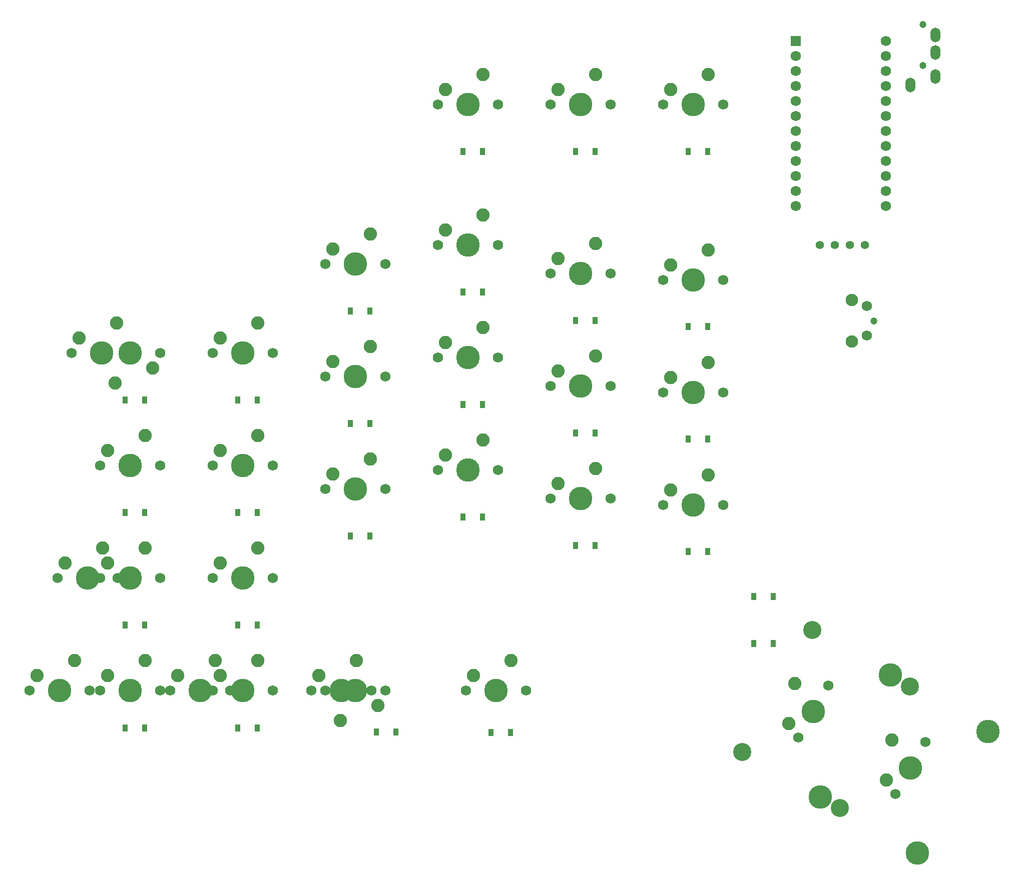
<source format=gbs>
G04 #@! TF.GenerationSoftware,KiCad,Pcbnew,5.1.10*
G04 #@! TF.CreationDate,2022-03-09T15:21:35-05:00*
G04 #@! TF.ProjectId,bourbondox2_left,626f7572-626f-46e6-946f-78325f6c6566,rev?*
G04 #@! TF.SameCoordinates,Original*
G04 #@! TF.FileFunction,Soldermask,Bot*
G04 #@! TF.FilePolarity,Negative*
%FSLAX46Y46*%
G04 Gerber Fmt 4.6, Leading zero omitted, Abs format (unit mm)*
G04 Created by KiCad (PCBNEW 5.1.10) date 2022-03-09 15:21:35*
%MOMM*%
%LPD*%
G01*
G04 APERTURE LIST*
%ADD10C,2.250000*%
%ADD11C,3.987800*%
%ADD12C,1.750000*%
%ADD13C,3.048000*%
%ADD14C,1.752600*%
%ADD15R,1.752600X1.752600*%
%ADD16C,1.200000*%
%ADD17C,2.100000*%
%ADD18C,1.397000*%
%ADD19O,1.700000X2.500000*%
%ADD20R,0.900000X1.200000*%
G04 APERTURE END LIST*
D10*
G04 #@! TO.C,MX42_2*
X147779290Y-127481100D03*
D11*
X145239290Y-132561100D03*
D10*
X141429290Y-130021100D03*
D12*
X140159290Y-132561100D03*
X150319290Y-132561100D03*
G04 #@! TD*
D10*
G04 #@! TO.C,MX41_2*
X123966790Y-127481100D03*
D11*
X121426790Y-132561100D03*
D10*
X117616790Y-130021100D03*
D12*
X116346790Y-132561100D03*
X126506790Y-132561100D03*
G04 #@! TD*
D10*
G04 #@! TO.C,MX40_2*
X100154290Y-127481100D03*
D11*
X97614290Y-132561100D03*
D10*
X93804290Y-130021100D03*
D12*
X92534290Y-132561100D03*
X102694290Y-132561100D03*
G04 #@! TD*
D10*
G04 #@! TO.C,MX30_2*
X104921050Y-108435140D03*
D11*
X102381050Y-113515140D03*
D10*
X98571050Y-110975140D03*
D12*
X97301050Y-113515140D03*
X107461050Y-113515140D03*
G04 #@! TD*
D10*
G04 #@! TO.C,MX10_2*
X107302300Y-70335140D03*
D11*
X104762300Y-75415140D03*
D10*
X100952300Y-72875140D03*
D12*
X99682300Y-75415140D03*
X109842300Y-75415140D03*
G04 #@! TD*
D10*
G04 #@! TO.C,MX45*
X238443502Y-140918770D03*
D11*
X241572911Y-145658475D03*
D10*
X237468206Y-147688032D03*
D12*
X239032911Y-150057884D03*
X244112911Y-141259066D03*
D13*
X229570599Y-152477090D03*
X241476849Y-131854860D03*
D11*
X242768826Y-160097090D03*
X254675076Y-139474860D03*
G04 #@! TD*
D10*
G04 #@! TO.C,MX44*
X221945718Y-131393769D03*
D11*
X225075127Y-136133474D03*
D10*
X220970422Y-138163031D03*
D12*
X222535127Y-140532883D03*
X227615127Y-131734065D03*
D13*
X213072815Y-142952089D03*
X224979065Y-122329859D03*
D11*
X226271042Y-150572089D03*
X238177292Y-129949859D03*
G04 #@! TD*
D10*
G04 #@! TO.C,MX43*
X173973040Y-127481100D03*
D11*
X171433040Y-132561100D03*
D10*
X167623040Y-130021100D03*
D12*
X166353040Y-132561100D03*
X176513040Y-132561100D03*
G04 #@! TD*
D14*
G04 #@! TO.C,U1*
X237410000Y-22542500D03*
X222170000Y-50482500D03*
X237410000Y-25082500D03*
X237410000Y-27622500D03*
X237410000Y-30162500D03*
X237410000Y-32702500D03*
X237410000Y-35242500D03*
X237410000Y-37782500D03*
X237410000Y-40322500D03*
X237410000Y-42862500D03*
X237410000Y-45402500D03*
X237410000Y-47942500D03*
X237410000Y-50482500D03*
X222170000Y-47942500D03*
X222170000Y-45402500D03*
X222170000Y-42862500D03*
X222170000Y-40322500D03*
X222170000Y-37782500D03*
X222170000Y-35242500D03*
X222170000Y-32702500D03*
X222170000Y-30162500D03*
X222170000Y-27622500D03*
X222170000Y-25082500D03*
D15*
X222170000Y-22542500D03*
G04 #@! TD*
D16*
G04 #@! TO.C,SW1*
X235366250Y-69968750D03*
D17*
X231666250Y-66468750D03*
D12*
X234156250Y-67468750D03*
X234156250Y-72468750D03*
D17*
X231666250Y-73478750D03*
G04 #@! TD*
D18*
G04 #@! TO.C,OL1*
X233838750Y-57150000D03*
X231298750Y-57150000D03*
X228758750Y-57150000D03*
X226218750Y-57150000D03*
G04 #@! TD*
D10*
G04 #@! TO.C,MX42*
X145080540Y-137641100D03*
D11*
X147620540Y-132561100D03*
D10*
X151430540Y-135101100D03*
D12*
X152700540Y-132561100D03*
X142540540Y-132561100D03*
G04 #@! TD*
D10*
G04 #@! TO.C,MX41*
X131110540Y-127481100D03*
D11*
X128570540Y-132561100D03*
D10*
X124760540Y-130021100D03*
D12*
X123490540Y-132561100D03*
X133650540Y-132561100D03*
G04 #@! TD*
D10*
G04 #@! TO.C,MX40*
X112060540Y-127481100D03*
D11*
X109520540Y-132561100D03*
D10*
X105710540Y-130021100D03*
D12*
X104440540Y-132561100D03*
X114600540Y-132561100D03*
G04 #@! TD*
D10*
G04 #@! TO.C,MX35*
X207327500Y-96045520D03*
D11*
X204787500Y-101125520D03*
D10*
X200977500Y-98585520D03*
D12*
X199707500Y-101125520D03*
X209867500Y-101125520D03*
G04 #@! TD*
D10*
G04 #@! TO.C,MX34*
X188277500Y-94965520D03*
D11*
X185737500Y-100045520D03*
D10*
X181927500Y-97505520D03*
D12*
X180657500Y-100045520D03*
X190817500Y-100045520D03*
G04 #@! TD*
D10*
G04 #@! TO.C,MX33*
X169227500Y-90170000D03*
D11*
X166687500Y-95250000D03*
D10*
X162877500Y-92710000D03*
D12*
X161607500Y-95250000D03*
X171767500Y-95250000D03*
G04 #@! TD*
D10*
G04 #@! TO.C,MX32*
X150177500Y-93345000D03*
D11*
X147637500Y-98425000D03*
D10*
X143827500Y-95885000D03*
D12*
X142557500Y-98425000D03*
X152717500Y-98425000D03*
G04 #@! TD*
D10*
G04 #@! TO.C,MX31*
X131114800Y-108435140D03*
D11*
X128574800Y-113515140D03*
D10*
X124764800Y-110975140D03*
D12*
X123494800Y-113515140D03*
X133654800Y-113515140D03*
G04 #@! TD*
D10*
G04 #@! TO.C,MX30*
X112064800Y-108435140D03*
D11*
X109524800Y-113515140D03*
D10*
X105714800Y-110975140D03*
D12*
X104444800Y-113515140D03*
X114604800Y-113515140D03*
G04 #@! TD*
D10*
G04 #@! TO.C,MX25*
X207327500Y-76995520D03*
D11*
X204787500Y-82075520D03*
D10*
X200977500Y-79535520D03*
D12*
X199707500Y-82075520D03*
X209867500Y-82075520D03*
G04 #@! TD*
D10*
G04 #@! TO.C,MX24*
X188277500Y-75915520D03*
D11*
X185737500Y-80995520D03*
D10*
X181927500Y-78455520D03*
D12*
X180657500Y-80995520D03*
X190817500Y-80995520D03*
G04 #@! TD*
D10*
G04 #@! TO.C,MX23*
X169227500Y-71120000D03*
D11*
X166687500Y-76200000D03*
D10*
X162877500Y-73660000D03*
D12*
X161607500Y-76200000D03*
X171767500Y-76200000D03*
G04 #@! TD*
D10*
G04 #@! TO.C,MX22*
X150177500Y-74295000D03*
D11*
X147637500Y-79375000D03*
D10*
X143827500Y-76835000D03*
D12*
X142557500Y-79375000D03*
X152717500Y-79375000D03*
G04 #@! TD*
D10*
G04 #@! TO.C,MX21*
X131114800Y-89385140D03*
D11*
X128574800Y-94465140D03*
D10*
X124764800Y-91925140D03*
D12*
X123494800Y-94465140D03*
X133654800Y-94465140D03*
G04 #@! TD*
D10*
G04 #@! TO.C,MX20*
X112064800Y-89385140D03*
D11*
X109524800Y-94465140D03*
D10*
X105714800Y-91925140D03*
D12*
X104444800Y-94465140D03*
X114604800Y-94465140D03*
G04 #@! TD*
D10*
G04 #@! TO.C,MX15*
X207327500Y-57945520D03*
D11*
X204787500Y-63025520D03*
D10*
X200977500Y-60485520D03*
D12*
X199707500Y-63025520D03*
X209867500Y-63025520D03*
G04 #@! TD*
D10*
G04 #@! TO.C,MX14*
X188277500Y-56865520D03*
D11*
X185737500Y-61945520D03*
D10*
X181927500Y-59405520D03*
D12*
X180657500Y-61945520D03*
X190817500Y-61945520D03*
G04 #@! TD*
D10*
G04 #@! TO.C,MX13*
X169227500Y-52070000D03*
D11*
X166687500Y-57150000D03*
D10*
X162877500Y-54610000D03*
D12*
X161607500Y-57150000D03*
X171767500Y-57150000D03*
G04 #@! TD*
D10*
G04 #@! TO.C,MX12*
X150177500Y-55245000D03*
D11*
X147637500Y-60325000D03*
D10*
X143827500Y-57785000D03*
D12*
X142557500Y-60325000D03*
X152717500Y-60325000D03*
G04 #@! TD*
D10*
G04 #@! TO.C,MX11*
X131114800Y-70335140D03*
D11*
X128574800Y-75415140D03*
D10*
X124764800Y-72875140D03*
D12*
X123494800Y-75415140D03*
X133654800Y-75415140D03*
G04 #@! TD*
D10*
G04 #@! TO.C,MX10*
X106984800Y-80495140D03*
D11*
X109524800Y-75415140D03*
D10*
X113334800Y-77955140D03*
D12*
X114604800Y-75415140D03*
X104444800Y-75415140D03*
G04 #@! TD*
D10*
G04 #@! TO.C,MX05*
X207327500Y-28257500D03*
D11*
X204787500Y-33337500D03*
D10*
X200977500Y-30797500D03*
D12*
X199707500Y-33337500D03*
X209867500Y-33337500D03*
G04 #@! TD*
D10*
G04 #@! TO.C,MX04*
X188277500Y-28257500D03*
D11*
X185737500Y-33337500D03*
D10*
X181927500Y-30797500D03*
D12*
X180657500Y-33337500D03*
X190817500Y-33337500D03*
G04 #@! TD*
D10*
G04 #@! TO.C,MX03*
X169227500Y-28257500D03*
D11*
X166687500Y-33337500D03*
D10*
X162877500Y-30797500D03*
D12*
X161607500Y-33337500D03*
X171767500Y-33337500D03*
G04 #@! TD*
D19*
G04 #@! TO.C,J1*
X241581250Y-30056250D03*
X245781250Y-28556250D03*
X245781250Y-24556250D03*
X245781250Y-21556250D03*
D16*
X243681250Y-26756250D03*
X243681250Y-19756250D03*
G04 #@! TD*
D20*
G04 #@! TO.C,D45*
X218343750Y-116681250D03*
X215043750Y-116681250D03*
G04 #@! TD*
G04 #@! TO.C,D44*
X218343750Y-124618750D03*
X215043750Y-124618750D03*
G04 #@! TD*
G04 #@! TO.C,D43*
X173893750Y-139700000D03*
X170593750Y-139700000D03*
G04 #@! TD*
G04 #@! TO.C,D42*
X154480000Y-139570000D03*
X151180000Y-139570000D03*
G04 #@! TD*
G04 #@! TO.C,D41*
X131014290Y-138911100D03*
X127714290Y-138911100D03*
G04 #@! TD*
G04 #@! TO.C,D40*
X111964290Y-138911100D03*
X108664290Y-138911100D03*
G04 #@! TD*
G04 #@! TO.C,D35*
X207231250Y-109063020D03*
X203931250Y-109063020D03*
G04 #@! TD*
G04 #@! TO.C,D34*
X188181250Y-107983020D03*
X184881250Y-107983020D03*
G04 #@! TD*
G04 #@! TO.C,D33*
X169131250Y-103187500D03*
X165831250Y-103187500D03*
G04 #@! TD*
G04 #@! TO.C,D32*
X150081250Y-106362500D03*
X146781250Y-106362500D03*
G04 #@! TD*
G04 #@! TO.C,D31*
X131018550Y-121452640D03*
X127718550Y-121452640D03*
G04 #@! TD*
G04 #@! TO.C,D30*
X111968550Y-121452640D03*
X108668550Y-121452640D03*
G04 #@! TD*
G04 #@! TO.C,D25*
X207231250Y-90013020D03*
X203931250Y-90013020D03*
G04 #@! TD*
G04 #@! TO.C,D24*
X188181250Y-88933020D03*
X184881250Y-88933020D03*
G04 #@! TD*
G04 #@! TO.C,D23*
X169131250Y-84137500D03*
X165831250Y-84137500D03*
G04 #@! TD*
G04 #@! TO.C,D22*
X150081250Y-87312500D03*
X146781250Y-87312500D03*
G04 #@! TD*
G04 #@! TO.C,D21*
X131018550Y-102402640D03*
X127718550Y-102402640D03*
G04 #@! TD*
G04 #@! TO.C,D20*
X111968550Y-102402640D03*
X108668550Y-102402640D03*
G04 #@! TD*
G04 #@! TO.C,D15*
X207231250Y-70963020D03*
X203931250Y-70963020D03*
G04 #@! TD*
G04 #@! TO.C,D14*
X188181250Y-69883020D03*
X184881250Y-69883020D03*
G04 #@! TD*
G04 #@! TO.C,D13*
X169131250Y-65087500D03*
X165831250Y-65087500D03*
G04 #@! TD*
G04 #@! TO.C,D12*
X150081250Y-68262500D03*
X146781250Y-68262500D03*
G04 #@! TD*
G04 #@! TO.C,D11*
X131018550Y-83352640D03*
X127718550Y-83352640D03*
G04 #@! TD*
G04 #@! TO.C,D10*
X111968550Y-83352640D03*
X108668550Y-83352640D03*
G04 #@! TD*
G04 #@! TO.C,D05*
X207231250Y-41275000D03*
X203931250Y-41275000D03*
G04 #@! TD*
G04 #@! TO.C,D04*
X188181250Y-41275000D03*
X184881250Y-41275000D03*
G04 #@! TD*
G04 #@! TO.C,D03*
X169131250Y-41275000D03*
X165831250Y-41275000D03*
G04 #@! TD*
M02*

</source>
